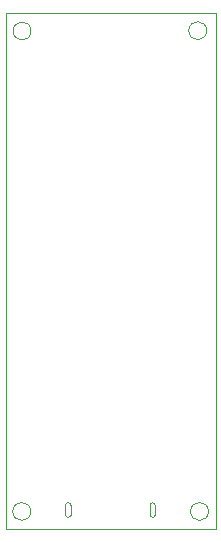
<source format=gbr>
%TF.GenerationSoftware,KiCad,Pcbnew,8.0.2*%
%TF.CreationDate,2024-06-13T12:09:12+05:30*%
%TF.ProjectId,arduino nano,61726475-696e-46f2-906e-616e6f2e6b69,rev?*%
%TF.SameCoordinates,Original*%
%TF.FileFunction,Profile,NP*%
%FSLAX46Y46*%
G04 Gerber Fmt 4.6, Leading zero omitted, Abs format (unit mm)*
G04 Created by KiCad (PCBNEW 8.0.2) date 2024-06-13 12:09:12*
%MOMM*%
%LPD*%
G01*
G04 APERTURE LIST*
%TA.AperFunction,Profile*%
%ADD10C,0.050000*%
%TD*%
%TA.AperFunction,Profile*%
%ADD11C,0.010000*%
%TD*%
G04 APERTURE END LIST*
D10*
X142112000Y-123550000D02*
G75*
G02*
X140588000Y-123550000I-762000J0D01*
G01*
X140588000Y-123550000D02*
G75*
G02*
X142112000Y-123550000I762000J0D01*
G01*
X157012000Y-82850000D02*
G75*
G02*
X155488000Y-82850000I-762000J0D01*
G01*
X155488000Y-82850000D02*
G75*
G02*
X157012000Y-82850000I762000J0D01*
G01*
X139980000Y-81330000D02*
X157770000Y-81330000D01*
X157770000Y-125020000D01*
X139980000Y-125020000D01*
X139980000Y-81330000D01*
X157162000Y-123550000D02*
G75*
G02*
X155638000Y-123550000I-762000J0D01*
G01*
X155638000Y-123550000D02*
G75*
G02*
X157162000Y-123550000I762000J0D01*
G01*
X142136000Y-82874000D02*
G75*
G02*
X140612000Y-82874000I-762000J0D01*
G01*
X140612000Y-82874000D02*
G75*
G02*
X142136000Y-82874000I762000J0D01*
G01*
D11*
%TO.C,J1*%
X145050000Y-123832900D02*
X145050000Y-123032900D01*
X145500000Y-123032900D02*
X145500000Y-123832900D01*
X152200000Y-123832900D02*
X152200000Y-123032900D01*
X152650000Y-123032900D02*
X152650000Y-123832900D01*
X145050000Y-123032900D02*
G75*
G02*
X145275000Y-122807900I225000J0D01*
G01*
X145275000Y-122807900D02*
G75*
G02*
X145500000Y-123032900I0J-225000D01*
G01*
X145275000Y-124057900D02*
G75*
G02*
X145050000Y-123832900I0J225000D01*
G01*
X145500000Y-123832900D02*
G75*
G02*
X145275000Y-124057900I-225000J0D01*
G01*
X152200000Y-123032900D02*
G75*
G02*
X152425000Y-122807900I225000J0D01*
G01*
X152425000Y-122807900D02*
G75*
G02*
X152650000Y-123032900I0J-225000D01*
G01*
X152425000Y-124057900D02*
G75*
G02*
X152200000Y-123832900I0J225000D01*
G01*
X152650000Y-123832900D02*
G75*
G02*
X152425000Y-124057900I-225000J0D01*
G01*
%TD*%
M02*

</source>
